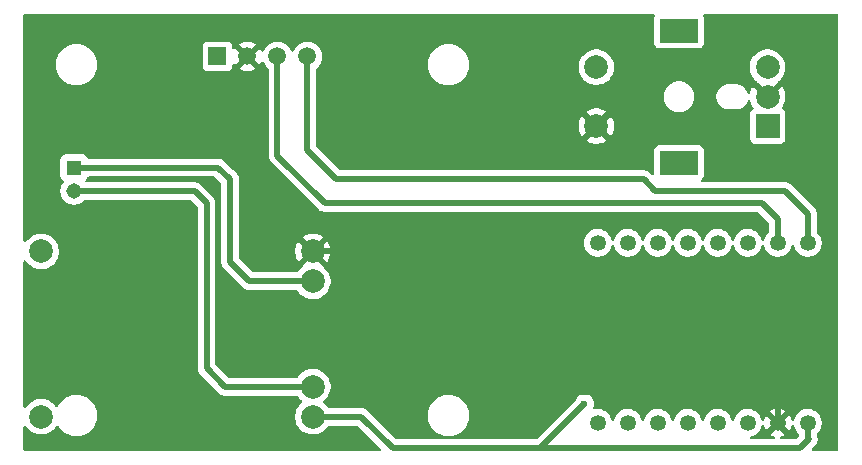
<source format=gbr>
%TF.GenerationSoftware,KiCad,Pcbnew,9.0.7-9.0.7~ubuntu24.04.1*%
%TF.CreationDate,2026-02-02T00:49:15+01:00*%
%TF.ProjectId,HArem,48417265-6d2e-46b6-9963-61645f706362,rev?*%
%TF.SameCoordinates,Original*%
%TF.FileFunction,Copper,L2,Bot*%
%TF.FilePolarity,Positive*%
%FSLAX46Y46*%
G04 Gerber Fmt 4.6, Leading zero omitted, Abs format (unit mm)*
G04 Created by KiCad (PCBNEW 9.0.7-9.0.7~ubuntu24.04.1) date 2026-02-02 00:49:15*
%MOMM*%
%LPD*%
G01*
G04 APERTURE LIST*
%TA.AperFunction,ComponentPad*%
%ADD10C,1.508000*%
%TD*%
%TA.AperFunction,ComponentPad*%
%ADD11R,1.508000X1.508000*%
%TD*%
%TA.AperFunction,ComponentPad*%
%ADD12C,2.000000*%
%TD*%
%TA.AperFunction,ComponentPad*%
%ADD13C,1.348000*%
%TD*%
%TA.AperFunction,ComponentPad*%
%ADD14R,2.000000X2.000000*%
%TD*%
%TA.AperFunction,ComponentPad*%
%ADD15R,3.200000X2.000000*%
%TD*%
%TA.AperFunction,ComponentPad*%
%ADD16R,1.308000X1.308000*%
%TD*%
%TA.AperFunction,ComponentPad*%
%ADD17C,1.308000*%
%TD*%
%TA.AperFunction,ViaPad*%
%ADD18C,0.600000*%
%TD*%
%TA.AperFunction,Conductor*%
%ADD19C,0.500000*%
%TD*%
G04 APERTURE END LIST*
D10*
%TO.P,DS1,4,SDA*%
%TO.N,OLED_SDA*%
X118540000Y-90600000D03*
%TO.P,DS1,3,SCK*%
%TO.N,OLED_SCK*%
X116000000Y-90600000D03*
%TO.P,DS1,2,GND*%
%TO.N,GND*%
X113460000Y-90600000D03*
D11*
%TO.P,DS1,1,VDD*%
%TO.N,Net-(DS1-VDD)*%
X110920000Y-90600000D03*
%TD*%
D12*
%TO.P,U2,6,B-*%
%TO.N,Bat-*%
X118995000Y-109635000D03*
%TO.P,U2,5,B+*%
%TO.N,Bat+*%
X118995000Y-118555000D03*
%TO.P,U2,4,OUT-*%
%TO.N,GND*%
X118995000Y-107095000D03*
%TO.P,U2,3,OUT+*%
%TO.N,+5VD*%
X118995000Y-121095000D03*
%TO.P,U2,2,IN-*%
%TO.N,unconnected-(U2-IN--Pad2)*%
X95995000Y-107095000D03*
%TO.P,U2,1,IN+*%
%TO.N,unconnected-(U2-IN+-Pad1)*%
X95995000Y-121095000D03*
%TD*%
D13*
%TO.P,U1,0,GPIO0*%
%TO.N,ADC0*%
X143120000Y-121620000D03*
%TO.P,U1,1,GPIO1*%
%TO.N,OLED_PWR*%
X145660000Y-121620000D03*
%TO.P,U1,2,GPIO2*%
%TO.N,unconnected-(U1-GPIO2-Pad2)*%
X148200000Y-121620000D03*
%TO.P,U1,3,GPIO3*%
%TO.N,unconnected-(U1-GPIO3-Pad3)*%
X150740000Y-121620000D03*
%TO.P,U1,3.3,3V3*%
%TO.N,+3.3V*%
X155820000Y-121620000D03*
%TO.P,U1,4,GPIO4*%
%TO.N,ENC_PUSH_BUTTON*%
X153280000Y-121620000D03*
%TO.P,U1,5,GPIO5*%
%TO.N,OLED_SDA*%
X160900000Y-106380000D03*
%TO.P,U1,5V,5V*%
%TO.N,+5VD*%
X160900000Y-121620000D03*
%TO.P,U1,6,GPIO6*%
%TO.N,OLED_SCK*%
X158360000Y-106380000D03*
%TO.P,U1,7,GPIO7*%
%TO.N,unconnected-(U1-GPIO7-Pad7)*%
X155820000Y-106380000D03*
%TO.P,U1,8,GPIO8*%
%TO.N,ENC_A*%
X153280000Y-106380000D03*
%TO.P,U1,9,GPIO9*%
%TO.N,ENC_B*%
X150740000Y-106380000D03*
%TO.P,U1,10,GPIO10*%
%TO.N,unconnected-(U1-GPIO10-Pad10)*%
X148200000Y-106380000D03*
%TO.P,U1,20,GPIO20*%
%TO.N,unconnected-(U1-GPIO20-Pad20)*%
X145660000Y-106380000D03*
%TO.P,U1,21,GPIO21*%
%TO.N,unconnected-(U1-GPIO21-Pad21)*%
X143120000Y-106380000D03*
%TO.P,U1,G,GND*%
%TO.N,GND*%
X158360000Y-121620000D03*
%TD*%
D14*
%TO.P,SW1,A,A*%
%TO.N,Net-(R4-Pad2)*%
X157500000Y-96500000D03*
D12*
%TO.P,SW1,B,B*%
%TO.N,Net-(R3-Pad2)*%
X157500000Y-91500000D03*
%TO.P,SW1,C,C*%
%TO.N,GND*%
X157500000Y-94000000D03*
D15*
%TO.P,SW1,MP*%
%TO.N,N/C*%
X150000000Y-99600000D03*
X150000000Y-88400000D03*
D12*
%TO.P,SW1,S1,S1*%
%TO.N,Net-(C1-Pad1)*%
X143000000Y-91500000D03*
%TO.P,SW1,S2,S2*%
%TO.N,GND*%
X143000000Y-96500000D03*
%TD*%
D16*
%TO.P,J1,1,1*%
%TO.N,Bat-*%
X98787500Y-100000000D03*
D17*
%TO.P,J1,2,2*%
%TO.N,Bat+*%
X98787500Y-102000000D03*
%TD*%
D18*
%TO.N,+5VD*%
X142000000Y-120000000D03*
%TO.N,GND*%
X141000000Y-119000000D03*
X140000000Y-106000000D03*
%TD*%
D19*
%TO.N,GND*%
X118995000Y-107095000D02*
X122095000Y-107095000D01*
X122095000Y-107095000D02*
X124000000Y-109000000D01*
%TO.N,Bat-*%
X118995000Y-109635000D02*
X113635000Y-109635000D01*
X113635000Y-109635000D02*
X112000000Y-108000000D01*
X112000000Y-108000000D02*
X112000000Y-101000000D01*
X112000000Y-101000000D02*
X111000000Y-100000000D01*
X111000000Y-100000000D02*
X98787500Y-100000000D01*
%TO.N,+5VD*%
X118995000Y-121095000D02*
X123095000Y-121095000D01*
X123095000Y-121095000D02*
X125749000Y-123749000D01*
X125749000Y-123749000D02*
X137000000Y-123749000D01*
%TO.N,Bat+*%
X98787500Y-102000000D02*
X109000000Y-102000000D01*
X109000000Y-102000000D02*
X110000000Y-103000000D01*
X110000000Y-103000000D02*
X110000000Y-117000000D01*
X110000000Y-117000000D02*
X111555000Y-118555000D01*
X111555000Y-118555000D02*
X118995000Y-118555000D01*
%TO.N,+5VD*%
X138251000Y-123749000D02*
X142000000Y-120000000D01*
X137000000Y-123749000D02*
X138251000Y-123749000D01*
%TO.N,GND*%
X141000000Y-119000000D02*
X157000000Y-119000000D01*
X141000000Y-119000000D02*
X142000000Y-119000000D01*
X140000000Y-108000000D02*
X140000000Y-106000000D01*
X124000000Y-109000000D02*
X134000000Y-119000000D01*
X139000000Y-109000000D02*
X140000000Y-108000000D01*
X124000000Y-109000000D02*
X139000000Y-109000000D01*
X134000000Y-119000000D02*
X141000000Y-119000000D01*
X157000000Y-119000000D02*
X158360000Y-120360000D01*
X158360000Y-120360000D02*
X158360000Y-121620000D01*
%TO.N,OLED_SDA*%
X118540000Y-90600000D02*
X118540000Y-98540000D01*
X159000000Y-102000000D02*
X160900000Y-103900000D01*
X118540000Y-98540000D02*
X121000000Y-101000000D01*
X121000000Y-101000000D02*
X147000000Y-101000000D01*
X147000000Y-101000000D02*
X148000000Y-102000000D01*
X148000000Y-102000000D02*
X159000000Y-102000000D01*
X160900000Y-103900000D02*
X160900000Y-106380000D01*
%TO.N,OLED_SCK*%
X116000000Y-90600000D02*
X116000000Y-99000000D01*
X116000000Y-99000000D02*
X120000000Y-103000000D01*
X120000000Y-103000000D02*
X157000000Y-103000000D01*
X157000000Y-103000000D02*
X158360000Y-104360000D01*
X158360000Y-104360000D02*
X158360000Y-106380000D01*
%TO.N,GND*%
X156500000Y-93000000D02*
X156000000Y-93000000D01*
X147051000Y-92449000D02*
X143000000Y-96500000D01*
X157500000Y-94000000D02*
X156500000Y-93000000D01*
X156000000Y-93000000D02*
X155449000Y-92449000D01*
X155449000Y-92449000D02*
X147051000Y-92449000D01*
%TO.N,+5VD*%
X160900000Y-122900000D02*
X160900000Y-121620000D01*
X137000000Y-123749000D02*
X160251000Y-123749000D01*
X160251000Y-123749000D02*
X161000000Y-123000000D01*
X161000000Y-123000000D02*
X160900000Y-122900000D01*
%TD*%
%TA.AperFunction,Conductor*%
%TO.N,GND*%
G36*
X147865674Y-87009145D02*
G01*
X147895657Y-87015668D01*
X147898887Y-87018898D01*
X147903270Y-87020185D01*
X147923362Y-87043372D01*
X147945063Y-87065073D01*
X147946034Y-87069537D01*
X147949025Y-87072989D01*
X147953392Y-87103360D01*
X147959915Y-87133346D01*
X147958583Y-87139466D01*
X147958969Y-87142147D01*
X147952413Y-87167833D01*
X147905908Y-87292517D01*
X147899501Y-87352116D01*
X147899501Y-87352123D01*
X147899500Y-87352135D01*
X147899500Y-89447870D01*
X147899501Y-89447876D01*
X147905908Y-89507483D01*
X147956202Y-89642328D01*
X147956206Y-89642335D01*
X148042452Y-89757544D01*
X148042455Y-89757547D01*
X148157664Y-89843793D01*
X148157671Y-89843797D01*
X148292517Y-89894091D01*
X148292516Y-89894091D01*
X148299444Y-89894835D01*
X148352127Y-89900500D01*
X151647872Y-89900499D01*
X151707483Y-89894091D01*
X151842331Y-89843796D01*
X151957546Y-89757546D01*
X152043796Y-89642331D01*
X152094091Y-89507483D01*
X152100500Y-89447873D01*
X152100499Y-87352128D01*
X152094091Y-87292517D01*
X152047587Y-87167833D01*
X152042603Y-87098141D01*
X152076088Y-87036818D01*
X152137411Y-87003334D01*
X152163769Y-87000500D01*
X163375500Y-87000500D01*
X163442539Y-87020185D01*
X163488294Y-87072989D01*
X163499500Y-87124500D01*
X163499500Y-123875500D01*
X163479815Y-123942539D01*
X163427011Y-123988294D01*
X163375500Y-123999500D01*
X161361230Y-123999500D01*
X161294191Y-123979815D01*
X161248436Y-123927011D01*
X161238492Y-123857853D01*
X161267517Y-123794297D01*
X161273549Y-123787819D01*
X161582947Y-123478421D01*
X161582952Y-123478416D01*
X161665084Y-123355494D01*
X161721658Y-123218912D01*
X161750500Y-123073917D01*
X161750500Y-122926083D01*
X161750500Y-122926080D01*
X161721659Y-122781092D01*
X161721658Y-122781091D01*
X161721658Y-122781087D01*
X161708988Y-122750500D01*
X161696582Y-122720548D01*
X161662753Y-122638878D01*
X161663614Y-122638520D01*
X161661630Y-122630598D01*
X161655523Y-122621095D01*
X161650500Y-122586160D01*
X161650500Y-122581857D01*
X161670185Y-122514818D01*
X161686819Y-122494176D01*
X161722388Y-122458607D01*
X161795859Y-122385136D01*
X161904523Y-122235572D01*
X161988452Y-122070852D01*
X162007776Y-122011378D01*
X162045580Y-121895030D01*
X162074500Y-121712440D01*
X162074500Y-121527559D01*
X162045580Y-121344969D01*
X161988453Y-121169150D01*
X161988452Y-121169147D01*
X161959388Y-121112106D01*
X161904523Y-121004428D01*
X161817952Y-120885272D01*
X161795864Y-120854870D01*
X161795860Y-120854865D01*
X161665134Y-120724139D01*
X161665129Y-120724135D01*
X161515575Y-120615479D01*
X161515574Y-120615478D01*
X161515572Y-120615477D01*
X161462799Y-120588588D01*
X161350852Y-120531547D01*
X161350849Y-120531546D01*
X161175030Y-120474419D01*
X160992440Y-120445500D01*
X160992435Y-120445500D01*
X160807565Y-120445500D01*
X160807560Y-120445500D01*
X160624969Y-120474419D01*
X160449150Y-120531546D01*
X160449147Y-120531547D01*
X160284424Y-120615479D01*
X160134870Y-120724135D01*
X160134865Y-120724139D01*
X160004139Y-120854865D01*
X160004135Y-120854870D01*
X159895479Y-121004424D01*
X159811547Y-121169147D01*
X159811546Y-121169150D01*
X159754419Y-121344971D01*
X159752218Y-121358867D01*
X159722286Y-121422000D01*
X159662973Y-121458928D01*
X159593110Y-121457927D01*
X159534879Y-121419315D01*
X159507272Y-121358857D01*
X159505091Y-121345087D01*
X159447986Y-121169338D01*
X159364092Y-121004686D01*
X159349269Y-120984283D01*
X159349268Y-120984283D01*
X158777642Y-121555909D01*
X158751378Y-121457886D01*
X158696084Y-121362114D01*
X158617886Y-121283916D01*
X158522114Y-121228622D01*
X158424090Y-121202356D01*
X158995716Y-120630730D01*
X158975307Y-120615903D01*
X158975303Y-120615900D01*
X158810664Y-120532014D01*
X158634908Y-120474907D01*
X158452395Y-120446000D01*
X158267605Y-120446000D01*
X158085091Y-120474907D01*
X157909338Y-120532013D01*
X157744692Y-120615903D01*
X157744688Y-120615906D01*
X157724283Y-120630729D01*
X157724283Y-120630730D01*
X158295910Y-121202356D01*
X158197886Y-121228622D01*
X158102114Y-121283916D01*
X158023916Y-121362114D01*
X157968622Y-121457886D01*
X157942356Y-121555909D01*
X157370730Y-120984283D01*
X157370729Y-120984283D01*
X157355906Y-121004688D01*
X157355903Y-121004692D01*
X157272013Y-121169338D01*
X157214908Y-121345088D01*
X157212726Y-121358864D01*
X157182795Y-121421998D01*
X157123483Y-121458928D01*
X157053620Y-121457928D01*
X156995388Y-121419317D01*
X156967780Y-121358860D01*
X156965580Y-121344970D01*
X156908453Y-121169150D01*
X156908452Y-121169147D01*
X156879388Y-121112106D01*
X156824523Y-121004428D01*
X156737952Y-120885272D01*
X156715864Y-120854870D01*
X156715860Y-120854865D01*
X156585134Y-120724139D01*
X156585129Y-120724135D01*
X156435575Y-120615479D01*
X156435574Y-120615478D01*
X156435572Y-120615477D01*
X156382799Y-120588588D01*
X156270852Y-120531547D01*
X156270849Y-120531546D01*
X156095030Y-120474419D01*
X155912440Y-120445500D01*
X155912435Y-120445500D01*
X155727565Y-120445500D01*
X155727560Y-120445500D01*
X155544969Y-120474419D01*
X155369150Y-120531546D01*
X155369147Y-120531547D01*
X155204424Y-120615479D01*
X155054870Y-120724135D01*
X155054865Y-120724139D01*
X154924139Y-120854865D01*
X154924135Y-120854870D01*
X154815479Y-121004424D01*
X154731547Y-121169147D01*
X154731546Y-121169150D01*
X154674420Y-121344969D01*
X154672473Y-121357263D01*
X154642543Y-121420397D01*
X154583231Y-121457328D01*
X154513369Y-121456330D01*
X154455136Y-121417719D01*
X154427527Y-121357263D01*
X154427192Y-121355150D01*
X154425580Y-121344971D01*
X154382730Y-121213092D01*
X154368453Y-121169150D01*
X154368452Y-121169147D01*
X154339388Y-121112106D01*
X154284523Y-121004428D01*
X154197952Y-120885272D01*
X154175864Y-120854870D01*
X154175860Y-120854865D01*
X154045134Y-120724139D01*
X154045129Y-120724135D01*
X153895575Y-120615479D01*
X153895574Y-120615478D01*
X153895572Y-120615477D01*
X153842799Y-120588588D01*
X153730852Y-120531547D01*
X153730849Y-120531546D01*
X153555030Y-120474419D01*
X153372440Y-120445500D01*
X153372435Y-120445500D01*
X153187565Y-120445500D01*
X153187560Y-120445500D01*
X153004969Y-120474419D01*
X152829150Y-120531546D01*
X152829147Y-120531547D01*
X152664424Y-120615479D01*
X152514870Y-120724135D01*
X152514865Y-120724139D01*
X152384139Y-120854865D01*
X152384135Y-120854870D01*
X152275479Y-121004424D01*
X152191547Y-121169147D01*
X152191546Y-121169150D01*
X152134420Y-121344969D01*
X152132473Y-121357263D01*
X152102543Y-121420397D01*
X152043231Y-121457328D01*
X151973369Y-121456330D01*
X151915136Y-121417719D01*
X151887527Y-121357263D01*
X151887192Y-121355150D01*
X151885580Y-121344971D01*
X151842730Y-121213092D01*
X151828453Y-121169150D01*
X151828452Y-121169147D01*
X151799388Y-121112106D01*
X151744523Y-121004428D01*
X151657952Y-120885272D01*
X151635864Y-120854870D01*
X151635860Y-120854865D01*
X151505134Y-120724139D01*
X151505129Y-120724135D01*
X151355575Y-120615479D01*
X151355574Y-120615478D01*
X151355572Y-120615477D01*
X151302799Y-120588588D01*
X151190852Y-120531547D01*
X151190849Y-120531546D01*
X151015030Y-120474419D01*
X150832440Y-120445500D01*
X150832435Y-120445500D01*
X150647565Y-120445500D01*
X150647560Y-120445500D01*
X150464969Y-120474419D01*
X150289150Y-120531546D01*
X150289147Y-120531547D01*
X150124424Y-120615479D01*
X149974870Y-120724135D01*
X149974865Y-120724139D01*
X149844139Y-120854865D01*
X149844135Y-120854870D01*
X149735479Y-121004424D01*
X149651547Y-121169147D01*
X149651546Y-121169150D01*
X149594420Y-121344969D01*
X149592473Y-121357263D01*
X149562543Y-121420397D01*
X149503231Y-121457328D01*
X149433369Y-121456330D01*
X149375136Y-121417719D01*
X149347527Y-121357263D01*
X149347192Y-121355150D01*
X149345580Y-121344971D01*
X149302730Y-121213092D01*
X149288453Y-121169150D01*
X149288452Y-121169147D01*
X149259388Y-121112106D01*
X149204523Y-121004428D01*
X149117952Y-120885272D01*
X149095864Y-120854870D01*
X149095860Y-120854865D01*
X148965134Y-120724139D01*
X148965129Y-120724135D01*
X148815575Y-120615479D01*
X148815574Y-120615478D01*
X148815572Y-120615477D01*
X148762799Y-120588588D01*
X148650852Y-120531547D01*
X148650849Y-120531546D01*
X148475030Y-120474419D01*
X148292440Y-120445500D01*
X148292435Y-120445500D01*
X148107565Y-120445500D01*
X148107560Y-120445500D01*
X147924969Y-120474419D01*
X147749150Y-120531546D01*
X147749147Y-120531547D01*
X147584424Y-120615479D01*
X147434870Y-120724135D01*
X147434865Y-120724139D01*
X147304139Y-120854865D01*
X147304135Y-120854870D01*
X147195479Y-121004424D01*
X147111547Y-121169147D01*
X147111546Y-121169150D01*
X147054420Y-121344969D01*
X147052473Y-121357263D01*
X147022543Y-121420397D01*
X146963231Y-121457328D01*
X146893369Y-121456330D01*
X146835136Y-121417719D01*
X146807527Y-121357263D01*
X146807192Y-121355150D01*
X146805580Y-121344971D01*
X146762730Y-121213092D01*
X146748453Y-121169150D01*
X146748452Y-121169147D01*
X146719388Y-121112106D01*
X146664523Y-121004428D01*
X146577952Y-120885272D01*
X146555864Y-120854870D01*
X146555860Y-120854865D01*
X146425134Y-120724139D01*
X146425129Y-120724135D01*
X146275575Y-120615479D01*
X146275574Y-120615478D01*
X146275572Y-120615477D01*
X146222799Y-120588588D01*
X146110852Y-120531547D01*
X146110849Y-120531546D01*
X145935030Y-120474419D01*
X145752440Y-120445500D01*
X145752435Y-120445500D01*
X145567565Y-120445500D01*
X145567560Y-120445500D01*
X145384969Y-120474419D01*
X145209150Y-120531546D01*
X145209147Y-120531547D01*
X145044424Y-120615479D01*
X144894870Y-120724135D01*
X144894865Y-120724139D01*
X144764139Y-120854865D01*
X144764135Y-120854870D01*
X144655479Y-121004424D01*
X144571547Y-121169147D01*
X144571546Y-121169150D01*
X144514420Y-121344969D01*
X144512473Y-121357263D01*
X144482543Y-121420397D01*
X144423231Y-121457328D01*
X144353369Y-121456330D01*
X144295136Y-121417719D01*
X144267527Y-121357263D01*
X144267192Y-121355150D01*
X144265580Y-121344971D01*
X144222730Y-121213092D01*
X144208453Y-121169150D01*
X144208452Y-121169147D01*
X144179388Y-121112106D01*
X144124523Y-121004428D01*
X144037952Y-120885272D01*
X144015864Y-120854870D01*
X144015860Y-120854865D01*
X143885134Y-120724139D01*
X143885129Y-120724135D01*
X143735575Y-120615479D01*
X143735574Y-120615478D01*
X143735572Y-120615477D01*
X143682799Y-120588588D01*
X143570852Y-120531547D01*
X143570849Y-120531546D01*
X143395030Y-120474419D01*
X143212440Y-120445500D01*
X143212435Y-120445500D01*
X143027565Y-120445500D01*
X143027560Y-120445500D01*
X142876346Y-120469450D01*
X142807053Y-120460495D01*
X142753601Y-120415499D01*
X142732961Y-120348748D01*
X142742386Y-120299528D01*
X142769737Y-120233497D01*
X142800500Y-120078842D01*
X142800500Y-119921158D01*
X142800500Y-119921155D01*
X142800499Y-119921153D01*
X142785021Y-119843339D01*
X142769737Y-119766503D01*
X142758171Y-119738580D01*
X142709397Y-119620827D01*
X142709390Y-119620814D01*
X142621789Y-119489711D01*
X142621786Y-119489707D01*
X142510292Y-119378213D01*
X142510288Y-119378210D01*
X142379185Y-119290609D01*
X142379172Y-119290602D01*
X142233501Y-119230264D01*
X142233489Y-119230261D01*
X142078845Y-119199500D01*
X142078842Y-119199500D01*
X141921158Y-119199500D01*
X141921155Y-119199500D01*
X141766510Y-119230261D01*
X141766498Y-119230264D01*
X141620827Y-119290602D01*
X141620814Y-119290609D01*
X141489711Y-119378210D01*
X141489707Y-119378213D01*
X141378213Y-119489707D01*
X141378207Y-119489715D01*
X141290607Y-119620818D01*
X141290605Y-119620822D01*
X141280805Y-119644480D01*
X141253927Y-119684704D01*
X137976451Y-122962181D01*
X137915128Y-122995666D01*
X137888770Y-122998500D01*
X126111230Y-122998500D01*
X126044191Y-122978815D01*
X126023549Y-122962181D01*
X123946627Y-120885258D01*
X128729500Y-120885258D01*
X128729500Y-121114741D01*
X128750568Y-121274758D01*
X128759452Y-121342238D01*
X128790451Y-121457928D01*
X128818842Y-121563887D01*
X128906650Y-121775876D01*
X128906657Y-121775890D01*
X129021392Y-121974617D01*
X129161081Y-122156661D01*
X129161089Y-122156670D01*
X129323330Y-122318911D01*
X129323338Y-122318918D01*
X129505382Y-122458607D01*
X129505385Y-122458608D01*
X129505388Y-122458611D01*
X129704112Y-122573344D01*
X129704117Y-122573346D01*
X129704123Y-122573349D01*
X129735052Y-122586160D01*
X129916113Y-122661158D01*
X130137762Y-122720548D01*
X130365266Y-122750500D01*
X130365273Y-122750500D01*
X130594727Y-122750500D01*
X130594734Y-122750500D01*
X130822238Y-122720548D01*
X131043887Y-122661158D01*
X131255888Y-122573344D01*
X131454612Y-122458611D01*
X131636661Y-122318919D01*
X131636665Y-122318914D01*
X131636670Y-122318911D01*
X131798911Y-122156670D01*
X131798914Y-122156665D01*
X131798919Y-122156661D01*
X131938611Y-121974612D01*
X132053344Y-121775888D01*
X132141158Y-121563887D01*
X132200548Y-121342238D01*
X132230500Y-121114734D01*
X132230500Y-120885266D01*
X132200548Y-120657762D01*
X132141158Y-120436113D01*
X132084581Y-120299524D01*
X132053349Y-120224123D01*
X132053346Y-120224117D01*
X132053344Y-120224112D01*
X131938611Y-120025388D01*
X131938608Y-120025385D01*
X131938607Y-120025382D01*
X131798918Y-119843338D01*
X131798911Y-119843330D01*
X131636670Y-119681089D01*
X131636661Y-119681081D01*
X131454617Y-119541392D01*
X131439236Y-119532512D01*
X131255888Y-119426656D01*
X131255876Y-119426650D01*
X131043887Y-119338842D01*
X130822238Y-119279452D01*
X130784215Y-119274446D01*
X130594741Y-119249500D01*
X130594734Y-119249500D01*
X130365266Y-119249500D01*
X130365258Y-119249500D01*
X130148715Y-119278009D01*
X130137762Y-119279452D01*
X130096123Y-119290609D01*
X129916112Y-119338842D01*
X129704123Y-119426650D01*
X129704109Y-119426657D01*
X129505382Y-119541392D01*
X129323338Y-119681081D01*
X129161081Y-119843338D01*
X129021392Y-120025382D01*
X128906657Y-120224109D01*
X128906650Y-120224123D01*
X128844842Y-120373343D01*
X128818842Y-120436113D01*
X128766695Y-120630730D01*
X128759453Y-120657759D01*
X128759451Y-120657770D01*
X128729500Y-120885258D01*
X123946627Y-120885258D01*
X123573421Y-120512052D01*
X123573420Y-120512051D01*
X123517100Y-120474420D01*
X123459769Y-120436113D01*
X123459767Y-120436111D01*
X123450499Y-120429918D01*
X123450490Y-120429913D01*
X123313917Y-120373343D01*
X123313907Y-120373340D01*
X123168920Y-120344500D01*
X123168918Y-120344500D01*
X120367631Y-120344500D01*
X120300592Y-120324815D01*
X120267313Y-120293386D01*
X120139517Y-120117490D01*
X119972510Y-119950483D01*
X119937872Y-119925317D01*
X119895207Y-119869989D01*
X119889228Y-119800375D01*
X119921833Y-119738580D01*
X119937873Y-119724682D01*
X119972510Y-119699517D01*
X120139517Y-119532510D01*
X120278343Y-119341433D01*
X120385568Y-119130992D01*
X120458553Y-118906368D01*
X120495500Y-118673097D01*
X120495500Y-118436902D01*
X120458553Y-118203631D01*
X120385566Y-117979003D01*
X120329002Y-117867991D01*
X120278343Y-117768567D01*
X120139517Y-117577490D01*
X119972510Y-117410483D01*
X119781433Y-117271657D01*
X119570996Y-117164433D01*
X119346368Y-117091446D01*
X119113097Y-117054500D01*
X119113092Y-117054500D01*
X118876908Y-117054500D01*
X118876903Y-117054500D01*
X118643631Y-117091446D01*
X118419003Y-117164433D01*
X118208566Y-117271657D01*
X118099550Y-117350862D01*
X118017490Y-117410483D01*
X118017488Y-117410485D01*
X118017487Y-117410485D01*
X117850485Y-117577487D01*
X117850485Y-117577488D01*
X117850483Y-117577490D01*
X117722687Y-117753386D01*
X117667357Y-117796051D01*
X117622369Y-117804500D01*
X111917229Y-117804500D01*
X111850190Y-117784815D01*
X111829548Y-117768181D01*
X110786819Y-116725451D01*
X110753334Y-116664128D01*
X110750500Y-116637770D01*
X110750500Y-102926081D01*
X110744763Y-102897242D01*
X110744763Y-102897240D01*
X110722799Y-102786819D01*
X110721659Y-102781088D01*
X110667408Y-102650117D01*
X110665764Y-102645522D01*
X110582954Y-102521588D01*
X110582953Y-102521587D01*
X110582951Y-102521584D01*
X110478416Y-102417049D01*
X110478415Y-102417048D01*
X110230200Y-102168833D01*
X109478421Y-101417052D01*
X109478414Y-101417046D01*
X109404729Y-101367812D01*
X109404729Y-101367813D01*
X109355491Y-101334913D01*
X109218917Y-101278343D01*
X109218907Y-101278340D01*
X109073920Y-101249500D01*
X109073918Y-101249500D01*
X99853737Y-101249500D01*
X99786698Y-101229815D01*
X99740943Y-101177011D01*
X99730999Y-101107853D01*
X99760024Y-101044297D01*
X99779426Y-101026234D01*
X99788846Y-101019181D01*
X99799046Y-101011546D01*
X99885296Y-100896331D01*
X99896648Y-100865894D01*
X99909601Y-100831167D01*
X99951472Y-100775233D01*
X100016936Y-100750816D01*
X100025783Y-100750500D01*
X110637770Y-100750500D01*
X110704809Y-100770185D01*
X110725451Y-100786819D01*
X111213181Y-101274548D01*
X111246666Y-101335871D01*
X111249500Y-101362229D01*
X111249500Y-108073918D01*
X111249500Y-108073920D01*
X111249499Y-108073920D01*
X111278340Y-108218907D01*
X111278343Y-108218917D01*
X111334913Y-108355490D01*
X111334916Y-108355495D01*
X111350180Y-108378338D01*
X111350181Y-108378343D01*
X111350183Y-108378343D01*
X111396358Y-108447451D01*
X111417051Y-108478420D01*
X111417052Y-108478421D01*
X113156580Y-110217948D01*
X113156584Y-110217951D01*
X113279498Y-110300080D01*
X113279511Y-110300087D01*
X113416082Y-110356656D01*
X113416087Y-110356658D01*
X113416091Y-110356658D01*
X113416092Y-110356659D01*
X113561079Y-110385500D01*
X113561082Y-110385500D01*
X113708917Y-110385500D01*
X117622369Y-110385500D01*
X117689408Y-110405185D01*
X117722685Y-110436613D01*
X117850483Y-110612510D01*
X118017490Y-110779517D01*
X118208567Y-110918343D01*
X118307991Y-110969002D01*
X118419003Y-111025566D01*
X118419005Y-111025566D01*
X118419008Y-111025568D01*
X118539412Y-111064689D01*
X118643631Y-111098553D01*
X118876903Y-111135500D01*
X118876908Y-111135500D01*
X119113097Y-111135500D01*
X119346368Y-111098553D01*
X119570992Y-111025568D01*
X119781433Y-110918343D01*
X119972510Y-110779517D01*
X120139517Y-110612510D01*
X120278343Y-110421433D01*
X120385568Y-110210992D01*
X120458553Y-109986368D01*
X120495500Y-109753097D01*
X120495500Y-109516902D01*
X120458553Y-109283631D01*
X120385566Y-109059003D01*
X120329002Y-108947991D01*
X120278343Y-108848567D01*
X120139517Y-108657490D01*
X119972510Y-108490483D01*
X119913282Y-108447451D01*
X119870617Y-108392122D01*
X119862550Y-108337404D01*
X119864104Y-108317657D01*
X119124408Y-107577962D01*
X119187993Y-107560925D01*
X119302007Y-107495099D01*
X119395099Y-107402007D01*
X119460925Y-107287993D01*
X119477962Y-107224408D01*
X120217658Y-107964105D01*
X120217658Y-107964104D01*
X120277914Y-107881169D01*
X120277918Y-107881163D01*
X120385102Y-107670802D01*
X120458065Y-107446247D01*
X120495000Y-107213052D01*
X120495000Y-106976947D01*
X120458065Y-106743752D01*
X120385102Y-106519197D01*
X120277914Y-106308828D01*
X120217658Y-106225894D01*
X120217658Y-106225893D01*
X119477962Y-106965590D01*
X119460925Y-106902007D01*
X119395099Y-106787993D01*
X119302007Y-106694901D01*
X119187993Y-106629075D01*
X119124409Y-106612037D01*
X119864105Y-105872340D01*
X119864104Y-105872338D01*
X119781174Y-105812087D01*
X119570802Y-105704897D01*
X119346247Y-105631934D01*
X119346248Y-105631934D01*
X119113052Y-105595000D01*
X118876948Y-105595000D01*
X118643752Y-105631934D01*
X118419197Y-105704897D01*
X118208830Y-105812084D01*
X118125894Y-105872340D01*
X118865591Y-106612037D01*
X118802007Y-106629075D01*
X118687993Y-106694901D01*
X118594901Y-106787993D01*
X118529075Y-106902007D01*
X118512037Y-106965591D01*
X117772340Y-106225894D01*
X117712084Y-106308830D01*
X117604897Y-106519197D01*
X117531934Y-106743752D01*
X117495000Y-106976947D01*
X117495000Y-107213052D01*
X117531934Y-107446247D01*
X117604897Y-107670802D01*
X117712087Y-107881174D01*
X117772338Y-107964104D01*
X117772340Y-107964105D01*
X118512037Y-107224408D01*
X118529075Y-107287993D01*
X118594901Y-107402007D01*
X118687993Y-107495099D01*
X118802007Y-107560925D01*
X118865590Y-107577962D01*
X118125893Y-108317658D01*
X118127448Y-108337405D01*
X118113084Y-108405783D01*
X118076717Y-108447451D01*
X118017490Y-108490482D01*
X117850485Y-108657487D01*
X117850485Y-108657488D01*
X117850483Y-108657490D01*
X117722687Y-108833386D01*
X117667357Y-108876051D01*
X117622369Y-108884500D01*
X113997229Y-108884500D01*
X113930190Y-108864815D01*
X113909548Y-108848181D01*
X112786819Y-107725451D01*
X112753334Y-107664128D01*
X112750500Y-107637770D01*
X112750500Y-100926081D01*
X112750499Y-100926080D01*
X112738528Y-100865894D01*
X112721659Y-100781088D01*
X112666479Y-100647873D01*
X112665084Y-100644505D01*
X112639228Y-100605809D01*
X112582954Y-100521588D01*
X112582953Y-100521587D01*
X112582951Y-100521584D01*
X112478416Y-100417049D01*
X112478415Y-100417048D01*
X112274548Y-100213181D01*
X111478421Y-99417052D01*
X111478414Y-99417046D01*
X111404729Y-99367812D01*
X111404729Y-99367813D01*
X111355491Y-99334913D01*
X111218917Y-99278343D01*
X111218907Y-99278340D01*
X111073920Y-99249500D01*
X111073918Y-99249500D01*
X100025783Y-99249500D01*
X99958744Y-99229815D01*
X99912989Y-99177011D01*
X99909601Y-99168833D01*
X99885297Y-99103671D01*
X99885293Y-99103664D01*
X99799047Y-98988455D01*
X99799044Y-98988452D01*
X99683835Y-98902206D01*
X99683828Y-98902202D01*
X99548982Y-98851908D01*
X99548983Y-98851908D01*
X99489383Y-98845501D01*
X99489381Y-98845500D01*
X99489373Y-98845500D01*
X99489364Y-98845500D01*
X98085629Y-98845500D01*
X98085623Y-98845501D01*
X98026016Y-98851908D01*
X97891171Y-98902202D01*
X97891164Y-98902206D01*
X97775955Y-98988452D01*
X97775952Y-98988455D01*
X97689706Y-99103664D01*
X97689702Y-99103671D01*
X97639408Y-99238517D01*
X97633001Y-99298116D01*
X97633000Y-99298135D01*
X97633000Y-100701870D01*
X97633001Y-100701876D01*
X97639408Y-100761483D01*
X97689702Y-100896328D01*
X97689706Y-100896335D01*
X97775952Y-101011544D01*
X97775955Y-101011547D01*
X97874132Y-101085043D01*
X97916003Y-101140977D01*
X97920987Y-101210668D01*
X97900139Y-101257194D01*
X97800085Y-101394906D01*
X97717583Y-101556825D01*
X97717581Y-101556828D01*
X97661428Y-101729649D01*
X97661428Y-101729652D01*
X97633000Y-101909139D01*
X97633000Y-102090860D01*
X97661428Y-102270347D01*
X97661428Y-102270350D01*
X97717581Y-102443171D01*
X97717583Y-102443174D01*
X97800083Y-102605090D01*
X97906897Y-102752106D01*
X98035394Y-102880603D01*
X98182410Y-102987417D01*
X98344326Y-103069917D01*
X98344328Y-103069918D01*
X98505529Y-103122294D01*
X98517154Y-103126072D01*
X98696639Y-103154500D01*
X98696640Y-103154500D01*
X98878360Y-103154500D01*
X98878361Y-103154500D01*
X99057846Y-103126072D01*
X99057849Y-103126071D01*
X99057850Y-103126071D01*
X99230671Y-103069918D01*
X99230671Y-103069917D01*
X99230674Y-103069917D01*
X99392590Y-102987417D01*
X99539606Y-102880603D01*
X99633391Y-102786818D01*
X99694715Y-102753334D01*
X99721072Y-102750500D01*
X108637770Y-102750500D01*
X108704809Y-102770185D01*
X108725451Y-102786819D01*
X109213181Y-103274548D01*
X109246666Y-103335871D01*
X109249500Y-103362229D01*
X109249500Y-117073918D01*
X109249500Y-117073920D01*
X109249499Y-117073920D01*
X109278340Y-117218907D01*
X109278343Y-117218917D01*
X109334914Y-117355492D01*
X109367812Y-117404727D01*
X109367813Y-117404730D01*
X109417046Y-117478414D01*
X109417052Y-117478421D01*
X110972049Y-119033416D01*
X111069625Y-119130992D01*
X111076585Y-119137952D01*
X111199498Y-119220080D01*
X111199511Y-119220087D01*
X111336082Y-119276656D01*
X111336087Y-119276658D01*
X111336091Y-119276658D01*
X111336092Y-119276659D01*
X111481079Y-119305500D01*
X111481082Y-119305500D01*
X111481083Y-119305500D01*
X111628917Y-119305500D01*
X117622369Y-119305500D01*
X117689408Y-119325185D01*
X117722685Y-119356613D01*
X117850483Y-119532510D01*
X118017490Y-119699517D01*
X118052127Y-119724683D01*
X118094792Y-119780013D01*
X118100771Y-119849626D01*
X118068165Y-119911421D01*
X118052130Y-119925315D01*
X118034365Y-119938222D01*
X118017488Y-119950484D01*
X117850485Y-120117487D01*
X117850485Y-120117488D01*
X117850483Y-120117490D01*
X117790862Y-120199550D01*
X117711657Y-120308566D01*
X117604433Y-120519003D01*
X117531446Y-120743631D01*
X117494500Y-120976902D01*
X117494500Y-121213097D01*
X117531446Y-121446368D01*
X117604433Y-121670996D01*
X117695486Y-121849695D01*
X117711657Y-121881433D01*
X117850483Y-122072510D01*
X118017490Y-122239517D01*
X118208567Y-122378343D01*
X118307991Y-122429002D01*
X118419003Y-122485566D01*
X118419005Y-122485566D01*
X118419008Y-122485568D01*
X118509030Y-122514818D01*
X118643631Y-122558553D01*
X118876903Y-122595500D01*
X118876908Y-122595500D01*
X119113097Y-122595500D01*
X119346368Y-122558553D01*
X119382164Y-122546922D01*
X119570992Y-122485568D01*
X119781433Y-122378343D01*
X119972510Y-122239517D01*
X120139517Y-122072510D01*
X120267313Y-121896613D01*
X120322643Y-121853949D01*
X120367631Y-121845500D01*
X122732770Y-121845500D01*
X122799809Y-121865185D01*
X122820451Y-121881819D01*
X124726451Y-123787819D01*
X124759936Y-123849142D01*
X124754952Y-123918834D01*
X124713080Y-123974767D01*
X124647616Y-123999184D01*
X124638770Y-123999500D01*
X94624500Y-123999500D01*
X94557461Y-123979815D01*
X94511706Y-123927011D01*
X94500500Y-123875500D01*
X94500500Y-121972433D01*
X94520185Y-121905394D01*
X94572989Y-121859639D01*
X94642147Y-121849695D01*
X94705703Y-121878720D01*
X94724816Y-121899545D01*
X94850483Y-122072510D01*
X95017490Y-122239517D01*
X95208567Y-122378343D01*
X95307991Y-122429002D01*
X95419003Y-122485566D01*
X95419005Y-122485566D01*
X95419008Y-122485568D01*
X95509030Y-122514818D01*
X95643631Y-122558553D01*
X95876903Y-122595500D01*
X95876908Y-122595500D01*
X96113097Y-122595500D01*
X96346368Y-122558553D01*
X96382164Y-122546922D01*
X96570992Y-122485568D01*
X96781433Y-122378343D01*
X96972510Y-122239517D01*
X97139517Y-122072510D01*
X97271561Y-121890766D01*
X97326891Y-121848101D01*
X97396504Y-121842122D01*
X97458299Y-121874728D01*
X97479266Y-121901652D01*
X97521392Y-121974617D01*
X97661081Y-122156661D01*
X97661089Y-122156670D01*
X97823330Y-122318911D01*
X97823338Y-122318918D01*
X98005382Y-122458607D01*
X98005385Y-122458608D01*
X98005388Y-122458611D01*
X98204112Y-122573344D01*
X98204117Y-122573346D01*
X98204123Y-122573349D01*
X98235052Y-122586160D01*
X98416113Y-122661158D01*
X98637762Y-122720548D01*
X98865266Y-122750500D01*
X98865273Y-122750500D01*
X99094727Y-122750500D01*
X99094734Y-122750500D01*
X99322238Y-122720548D01*
X99543887Y-122661158D01*
X99755888Y-122573344D01*
X99954612Y-122458611D01*
X100136661Y-122318919D01*
X100136665Y-122318914D01*
X100136670Y-122318911D01*
X100298911Y-122156670D01*
X100298914Y-122156665D01*
X100298919Y-122156661D01*
X100438611Y-121974612D01*
X100553344Y-121775888D01*
X100641158Y-121563887D01*
X100700548Y-121342238D01*
X100730500Y-121114734D01*
X100730500Y-120885266D01*
X100700548Y-120657762D01*
X100641158Y-120436113D01*
X100584581Y-120299524D01*
X100553349Y-120224123D01*
X100553346Y-120224117D01*
X100553344Y-120224112D01*
X100438611Y-120025388D01*
X100438608Y-120025385D01*
X100438607Y-120025382D01*
X100298918Y-119843338D01*
X100298911Y-119843330D01*
X100136670Y-119681089D01*
X100136661Y-119681081D01*
X99954617Y-119541392D01*
X99939236Y-119532512D01*
X99755888Y-119426656D01*
X99755876Y-119426650D01*
X99543887Y-119338842D01*
X99322238Y-119279452D01*
X99284215Y-119274446D01*
X99094741Y-119249500D01*
X99094734Y-119249500D01*
X98865266Y-119249500D01*
X98865258Y-119249500D01*
X98648715Y-119278009D01*
X98637762Y-119279452D01*
X98596123Y-119290609D01*
X98416112Y-119338842D01*
X98204123Y-119426650D01*
X98204109Y-119426657D01*
X98005382Y-119541392D01*
X97823338Y-119681081D01*
X97661081Y-119843338D01*
X97521392Y-120025382D01*
X97418142Y-120204217D01*
X97367575Y-120252433D01*
X97298968Y-120265655D01*
X97234103Y-120239687D01*
X97210437Y-120215103D01*
X97202528Y-120204217D01*
X97139517Y-120117490D01*
X96972510Y-119950483D01*
X96781433Y-119811657D01*
X96759291Y-119800375D01*
X96570996Y-119704433D01*
X96346368Y-119631446D01*
X96113097Y-119594500D01*
X96113092Y-119594500D01*
X95876908Y-119594500D01*
X95876903Y-119594500D01*
X95643631Y-119631446D01*
X95419003Y-119704433D01*
X95208566Y-119811657D01*
X95156307Y-119849626D01*
X95017490Y-119950483D01*
X95017488Y-119950485D01*
X95017487Y-119950485D01*
X94850485Y-120117487D01*
X94850485Y-120117488D01*
X94850483Y-120117490D01*
X94787472Y-120204217D01*
X94724818Y-120290452D01*
X94669488Y-120333117D01*
X94599874Y-120339096D01*
X94538079Y-120306490D01*
X94503722Y-120245651D01*
X94500500Y-120217566D01*
X94500500Y-107972433D01*
X94520185Y-107905394D01*
X94572989Y-107859639D01*
X94642147Y-107849695D01*
X94705703Y-107878720D01*
X94724816Y-107899545D01*
X94850483Y-108072510D01*
X95017490Y-108239517D01*
X95208567Y-108378343D01*
X95262421Y-108405783D01*
X95419003Y-108485566D01*
X95419005Y-108485566D01*
X95419008Y-108485568D01*
X95539412Y-108524689D01*
X95643631Y-108558553D01*
X95876903Y-108595500D01*
X95876908Y-108595500D01*
X96113097Y-108595500D01*
X96346368Y-108558553D01*
X96570992Y-108485568D01*
X96781433Y-108378343D01*
X96972510Y-108239517D01*
X97139517Y-108072510D01*
X97278343Y-107881433D01*
X97385568Y-107670992D01*
X97458553Y-107446368D01*
X97483637Y-107287993D01*
X97495500Y-107213097D01*
X97495500Y-106976902D01*
X97458553Y-106743631D01*
X97393581Y-106543669D01*
X97385568Y-106519008D01*
X97385566Y-106519005D01*
X97385566Y-106519003D01*
X97293898Y-106339096D01*
X97278343Y-106308567D01*
X97139517Y-106117490D01*
X96972510Y-105950483D01*
X96781433Y-105811657D01*
X96570996Y-105704433D01*
X96346368Y-105631446D01*
X96113097Y-105594500D01*
X96113092Y-105594500D01*
X95876908Y-105594500D01*
X95876903Y-105594500D01*
X95643631Y-105631446D01*
X95419003Y-105704433D01*
X95208566Y-105811657D01*
X95125047Y-105872338D01*
X95017490Y-105950483D01*
X95017488Y-105950485D01*
X95017487Y-105950485D01*
X94850485Y-106117487D01*
X94850485Y-106117488D01*
X94850483Y-106117490D01*
X94806724Y-106177719D01*
X94724818Y-106290452D01*
X94669488Y-106333117D01*
X94599874Y-106339096D01*
X94538079Y-106306490D01*
X94503722Y-106245651D01*
X94500500Y-106217566D01*
X94500500Y-91185258D01*
X97229500Y-91185258D01*
X97229500Y-91414741D01*
X97248214Y-91556877D01*
X97259452Y-91642238D01*
X97314610Y-91848091D01*
X97318842Y-91863887D01*
X97406650Y-92075876D01*
X97406657Y-92075890D01*
X97521392Y-92274617D01*
X97661081Y-92456661D01*
X97661089Y-92456670D01*
X97823330Y-92618911D01*
X97823338Y-92618918D01*
X98005382Y-92758607D01*
X98005385Y-92758608D01*
X98005388Y-92758611D01*
X98204112Y-92873344D01*
X98204117Y-92873346D01*
X98204123Y-92873349D01*
X98245689Y-92890566D01*
X98416113Y-92961158D01*
X98637762Y-93020548D01*
X98865266Y-93050500D01*
X98865273Y-93050500D01*
X99094727Y-93050500D01*
X99094734Y-93050500D01*
X99322238Y-93020548D01*
X99543887Y-92961158D01*
X99755888Y-92873344D01*
X99954612Y-92758611D01*
X100136661Y-92618919D01*
X100136665Y-92618914D01*
X100136670Y-92618911D01*
X100298911Y-92456670D01*
X100298914Y-92456665D01*
X100298919Y-92456661D01*
X100438611Y-92274612D01*
X100553344Y-92075888D01*
X100641158Y-91863887D01*
X100700548Y-91642238D01*
X100730500Y-91414734D01*
X100730500Y-91185266D01*
X100700548Y-90957762D01*
X100641158Y-90736113D01*
X100553344Y-90524112D01*
X100438611Y-90325388D01*
X100438608Y-90325385D01*
X100438607Y-90325382D01*
X100327468Y-90180544D01*
X100298919Y-90143339D01*
X100298918Y-90143338D01*
X100298911Y-90143330D01*
X100136670Y-89981089D01*
X100136665Y-89981085D01*
X100136661Y-89981081D01*
X100008009Y-89882362D01*
X99954617Y-89841392D01*
X99879693Y-89798135D01*
X109665500Y-89798135D01*
X109665500Y-91401870D01*
X109665501Y-91401876D01*
X109671908Y-91461483D01*
X109722202Y-91596328D01*
X109722206Y-91596335D01*
X109808452Y-91711544D01*
X109808455Y-91711547D01*
X109923664Y-91797793D01*
X109923671Y-91797797D01*
X110058517Y-91848091D01*
X110058516Y-91848091D01*
X110065444Y-91848835D01*
X110118127Y-91854500D01*
X111721872Y-91854499D01*
X111781483Y-91848091D01*
X111916331Y-91797796D01*
X112031546Y-91711546D01*
X112117796Y-91596331D01*
X112132511Y-91556879D01*
X112132858Y-91555949D01*
X112168091Y-91461482D01*
X112174500Y-91401873D01*
X112174499Y-91345723D01*
X112194182Y-91278687D01*
X112246986Y-91232931D01*
X112316144Y-91222987D01*
X112379700Y-91252011D01*
X112398817Y-91272839D01*
X112413457Y-91292988D01*
X112413457Y-91292989D01*
X112977037Y-90729409D01*
X112994075Y-90792993D01*
X113059901Y-90907007D01*
X113152993Y-91000099D01*
X113267007Y-91065925D01*
X113330590Y-91082962D01*
X112767009Y-91646541D01*
X112767010Y-91646542D01*
X112802755Y-91672512D01*
X112802768Y-91672520D01*
X112978626Y-91762126D01*
X113166353Y-91823123D01*
X113361303Y-91854000D01*
X113558697Y-91854000D01*
X113753646Y-91823123D01*
X113941373Y-91762126D01*
X114117241Y-91672516D01*
X114152988Y-91646543D01*
X114152988Y-91646541D01*
X113589410Y-91082962D01*
X113652993Y-91065925D01*
X113767007Y-91000099D01*
X113860099Y-90907007D01*
X113925925Y-90792993D01*
X113942962Y-90729409D01*
X114506541Y-91292988D01*
X114506543Y-91292988D01*
X114532516Y-91257241D01*
X114619235Y-91087046D01*
X114667210Y-91036250D01*
X114735031Y-91019455D01*
X114801165Y-91041992D01*
X114840202Y-91087042D01*
X114909470Y-91222987D01*
X114927058Y-91257505D01*
X115043115Y-91417246D01*
X115043121Y-91417252D01*
X115182748Y-91556879D01*
X115198382Y-91568237D01*
X115241049Y-91623564D01*
X115249500Y-91668557D01*
X115249500Y-99073918D01*
X115249500Y-99073920D01*
X115249499Y-99073920D01*
X115278340Y-99218907D01*
X115278343Y-99218917D01*
X115334914Y-99355492D01*
X115367812Y-99404727D01*
X115367813Y-99404730D01*
X115417046Y-99478414D01*
X115417052Y-99478421D01*
X119417049Y-103478416D01*
X119483138Y-103544505D01*
X119521585Y-103582952D01*
X119644498Y-103665080D01*
X119644511Y-103665087D01*
X119781082Y-103721656D01*
X119781087Y-103721658D01*
X119781091Y-103721658D01*
X119781092Y-103721659D01*
X119926079Y-103750500D01*
X119926082Y-103750500D01*
X156637770Y-103750500D01*
X156704809Y-103770185D01*
X156725451Y-103786819D01*
X157573181Y-104634548D01*
X157606666Y-104695871D01*
X157609500Y-104722229D01*
X157609500Y-105418142D01*
X157589815Y-105485181D01*
X157573182Y-105505823D01*
X157464134Y-105614871D01*
X157355479Y-105764424D01*
X157271547Y-105929147D01*
X157271546Y-105929150D01*
X157214420Y-106104969D01*
X157212473Y-106117263D01*
X157182543Y-106180397D01*
X157123231Y-106217328D01*
X157053369Y-106216330D01*
X156995136Y-106177719D01*
X156967527Y-106117263D01*
X156967192Y-106115150D01*
X156965580Y-106104971D01*
X156908452Y-105929148D01*
X156908452Y-105929147D01*
X156848806Y-105812087D01*
X156824523Y-105764428D01*
X156810639Y-105745318D01*
X156715864Y-105614870D01*
X156715860Y-105614865D01*
X156585134Y-105484139D01*
X156585129Y-105484135D01*
X156435575Y-105375479D01*
X156435574Y-105375478D01*
X156435572Y-105375477D01*
X156382799Y-105348588D01*
X156270852Y-105291547D01*
X156270849Y-105291546D01*
X156095030Y-105234419D01*
X155912440Y-105205500D01*
X155912435Y-105205500D01*
X155727565Y-105205500D01*
X155727560Y-105205500D01*
X155544969Y-105234419D01*
X155369150Y-105291546D01*
X155369147Y-105291547D01*
X155204424Y-105375479D01*
X155054870Y-105484135D01*
X155054865Y-105484139D01*
X154924139Y-105614865D01*
X154924135Y-105614870D01*
X154815479Y-105764424D01*
X154731547Y-105929147D01*
X154731546Y-105929150D01*
X154674420Y-106104969D01*
X154672473Y-106117263D01*
X154642543Y-106180397D01*
X154583231Y-106217328D01*
X154513369Y-106216330D01*
X154455136Y-106177719D01*
X154427527Y-106117263D01*
X154427192Y-106115150D01*
X154425580Y-106104971D01*
X154368452Y-105929148D01*
X154368452Y-105929147D01*
X154308806Y-105812087D01*
X154284523Y-105764428D01*
X154270639Y-105745318D01*
X154175864Y-105614870D01*
X154175860Y-105614865D01*
X154045134Y-105484139D01*
X154045129Y-105484135D01*
X153895575Y-105375479D01*
X153895574Y-105375478D01*
X153895572Y-105375477D01*
X153842799Y-105348588D01*
X153730852Y-105291547D01*
X153730849Y-105291546D01*
X153555030Y-105234419D01*
X153372440Y-105205500D01*
X153372435Y-105205500D01*
X153187565Y-105205500D01*
X153187560Y-105205500D01*
X153004969Y-105234419D01*
X152829150Y-105291546D01*
X152829147Y-105291547D01*
X152664424Y-105375479D01*
X152514870Y-105484135D01*
X152514865Y-105484139D01*
X152384139Y-105614865D01*
X152384135Y-105614870D01*
X152275479Y-105764424D01*
X152191547Y-105929147D01*
X152191546Y-105929150D01*
X152134420Y-106104969D01*
X152132473Y-106117263D01*
X152102543Y-106180397D01*
X152043231Y-106217328D01*
X151973369Y-106216330D01*
X151915136Y-106177719D01*
X151887527Y-106117263D01*
X151887192Y-106115150D01*
X151885580Y-106104971D01*
X151828452Y-105929148D01*
X151828452Y-105929147D01*
X151768806Y-105812087D01*
X151744523Y-105764428D01*
X151730639Y-105745318D01*
X151635864Y-105614870D01*
X151635860Y-105614865D01*
X151505134Y-105484139D01*
X151505129Y-105484135D01*
X151355575Y-105375479D01*
X151355574Y-105375478D01*
X151355572Y-105375477D01*
X151302799Y-105348588D01*
X151190852Y-105291547D01*
X151190849Y-105291546D01*
X151015030Y-105234419D01*
X150832440Y-105205500D01*
X150832435Y-105205500D01*
X150647565Y-105205500D01*
X150647560Y-105205500D01*
X150464969Y-105234419D01*
X150289150Y-105291546D01*
X150289147Y-105291547D01*
X150124424Y-105375479D01*
X149974870Y-105484135D01*
X149974865Y-105484139D01*
X149844139Y-105614865D01*
X149844135Y-105614870D01*
X149735479Y-105764424D01*
X149651547Y-105929147D01*
X149651546Y-105929150D01*
X149594420Y-106104969D01*
X149592473Y-106117263D01*
X149562543Y-106180397D01*
X149503231Y-106217328D01*
X149433369Y-106216330D01*
X149375136Y-106177719D01*
X149347527Y-106117263D01*
X149347192Y-106115150D01*
X149345580Y-106104971D01*
X149288452Y-105929148D01*
X149288452Y-105929147D01*
X149228806Y-105812087D01*
X149204523Y-105764428D01*
X149190639Y-105745318D01*
X149095864Y-105614870D01*
X149095860Y-105614865D01*
X148965134Y-105484139D01*
X148965129Y-105484135D01*
X148815575Y-105375479D01*
X148815574Y-105375478D01*
X148815572Y-105375477D01*
X148762799Y-105348588D01*
X148650852Y-105291547D01*
X148650849Y-105291546D01*
X148475030Y-105234419D01*
X148292440Y-105205500D01*
X148292435Y-105205500D01*
X148107565Y-105205500D01*
X148107560Y-105205500D01*
X147924969Y-105234419D01*
X147749150Y-105291546D01*
X147749147Y-105291547D01*
X147584424Y-105375479D01*
X147434870Y-105484135D01*
X147434865Y-105484139D01*
X147304139Y-105614865D01*
X147304135Y-105614870D01*
X147195479Y-105764424D01*
X147111547Y-105929147D01*
X147111546Y-105929150D01*
X147054420Y-106104969D01*
X147052473Y-106117263D01*
X147022543Y-106180397D01*
X146963231Y-106217328D01*
X146893369Y-106216330D01*
X146835136Y-106177719D01*
X146807527Y-106117263D01*
X146807192Y-106115150D01*
X146805580Y-106104971D01*
X146748452Y-105929148D01*
X146748452Y-105929147D01*
X146688806Y-105812087D01*
X146664523Y-105764428D01*
X146650639Y-105745318D01*
X146555864Y-105614870D01*
X146555860Y-105614865D01*
X146425134Y-105484139D01*
X146425129Y-105484135D01*
X146275575Y-105375479D01*
X146275574Y-105375478D01*
X146275572Y-105375477D01*
X146222799Y-105348588D01*
X146110852Y-105291547D01*
X146110849Y-105291546D01*
X145935030Y-105234419D01*
X145752440Y-105205500D01*
X145752435Y-105205500D01*
X145567565Y-105205500D01*
X145567560Y-105205500D01*
X145384969Y-105234419D01*
X145209150Y-105291546D01*
X145209147Y-105291547D01*
X145044424Y-105375479D01*
X144894870Y-105484135D01*
X144894865Y-105484139D01*
X144764139Y-105614865D01*
X144764135Y-105614870D01*
X144655479Y-105764424D01*
X144571547Y-105929147D01*
X144571546Y-105929150D01*
X144514420Y-106104969D01*
X144512473Y-106117263D01*
X144482543Y-106180397D01*
X144423231Y-106217328D01*
X144353369Y-106216330D01*
X144295136Y-106177719D01*
X144267527Y-106117263D01*
X144267192Y-106115150D01*
X144265580Y-106104971D01*
X144208452Y-105929148D01*
X144208452Y-105929147D01*
X144148806Y-105812087D01*
X144124523Y-105764428D01*
X144110639Y-105745318D01*
X144015864Y-105614870D01*
X144015860Y-105614865D01*
X143885134Y-105484139D01*
X143885129Y-105484135D01*
X143735575Y-105375479D01*
X143735574Y-105375478D01*
X143735572Y-105375477D01*
X143682799Y-105348588D01*
X143570852Y-105291547D01*
X143570849Y-105291546D01*
X143395030Y-105234419D01*
X143212440Y-105205500D01*
X143212435Y-105205500D01*
X143027565Y-105205500D01*
X143027560Y-105205500D01*
X142844969Y-105234419D01*
X142669150Y-105291546D01*
X142669147Y-105291547D01*
X142504424Y-105375479D01*
X142354870Y-105484135D01*
X142354865Y-105484139D01*
X142224139Y-105614865D01*
X142224135Y-105614870D01*
X142115479Y-105764424D01*
X142031547Y-105929147D01*
X142031546Y-105929150D01*
X141974419Y-106104969D01*
X141945500Y-106287559D01*
X141945500Y-106472440D01*
X141974419Y-106655030D01*
X142031546Y-106830849D01*
X142031547Y-106830852D01*
X142067803Y-106902007D01*
X142105967Y-106976908D01*
X142115479Y-106995575D01*
X142224135Y-107145129D01*
X142224139Y-107145134D01*
X142354865Y-107275860D01*
X142354870Y-107275864D01*
X142485318Y-107370639D01*
X142504428Y-107384523D01*
X142612106Y-107439388D01*
X142669147Y-107468452D01*
X142669150Y-107468453D01*
X142844969Y-107525580D01*
X143027560Y-107554500D01*
X143027565Y-107554500D01*
X143212440Y-107554500D01*
X143395030Y-107525580D01*
X143570849Y-107468453D01*
X143570852Y-107468452D01*
X143735572Y-107384523D01*
X143885136Y-107275859D01*
X144015859Y-107145136D01*
X144124523Y-106995572D01*
X144208452Y-106830852D01*
X144265580Y-106655029D01*
X144267527Y-106642737D01*
X144297456Y-106579602D01*
X144356768Y-106542671D01*
X144426630Y-106543669D01*
X144484863Y-106582279D01*
X144512473Y-106642737D01*
X144514420Y-106655030D01*
X144571546Y-106830849D01*
X144571547Y-106830852D01*
X144607803Y-106902007D01*
X144645967Y-106976908D01*
X144655479Y-106995575D01*
X144764135Y-107145129D01*
X144764139Y-107145134D01*
X144894865Y-107275860D01*
X144894870Y-107275864D01*
X145025318Y-107370639D01*
X145044428Y-107384523D01*
X145152106Y-107439388D01*
X145209147Y-107468452D01*
X145209150Y-107468453D01*
X145384969Y-107525580D01*
X145567560Y-107554500D01*
X145567565Y-107554500D01*
X145752440Y-107554500D01*
X145935030Y-107525580D01*
X146110849Y-107468453D01*
X146110852Y-107468452D01*
X146275572Y-107384523D01*
X146425136Y-107275859D01*
X146555859Y-107145136D01*
X146664523Y-106995572D01*
X146748452Y-106830852D01*
X146805580Y-106655029D01*
X146807527Y-106642737D01*
X146837456Y-106579602D01*
X146896768Y-106542671D01*
X146966630Y-106543669D01*
X147024863Y-106582279D01*
X147052473Y-106642737D01*
X147054420Y-106655030D01*
X147111546Y-106830849D01*
X147111547Y-106830852D01*
X147147803Y-106902007D01*
X147185967Y-106976908D01*
X147195479Y-106995575D01*
X147304135Y-107145129D01*
X147304139Y-107145134D01*
X147434865Y-107275860D01*
X147434870Y-107275864D01*
X147565318Y-107370639D01*
X147584428Y-107384523D01*
X147692106Y-107439388D01*
X147749147Y-107468452D01*
X147749150Y-107468453D01*
X147924969Y-107525580D01*
X148107560Y-107554500D01*
X148107565Y-107554500D01*
X148292440Y-107554500D01*
X148475030Y-107525580D01*
X148650849Y-107468453D01*
X148650852Y-107468452D01*
X148815572Y-107384523D01*
X148965136Y-107275859D01*
X149095859Y-107145136D01*
X149204523Y-106995572D01*
X149288452Y-106830852D01*
X149345580Y-106655029D01*
X149347527Y-106642737D01*
X149377456Y-106579602D01*
X149436768Y-106542671D01*
X149506630Y-106543669D01*
X149564863Y-106582279D01*
X149592473Y-106642737D01*
X149594420Y-106655030D01*
X149651546Y-106830849D01*
X149651547Y-106830852D01*
X149687803Y-106902007D01*
X149725967Y-106976908D01*
X149735479Y-106995575D01*
X149844135Y-107145129D01*
X149844139Y-107145134D01*
X149974865Y-107275860D01*
X149974870Y-107275864D01*
X150105318Y-107370639D01*
X150124428Y-107384523D01*
X150232106Y-107439388D01*
X150289147Y-107468452D01*
X150289150Y-107468453D01*
X150464969Y-107525580D01*
X150647560Y-107554500D01*
X150647565Y-107554500D01*
X150832440Y-107554500D01*
X151015030Y-107525580D01*
X151190849Y-107468453D01*
X151190852Y-107468452D01*
X151355572Y-107384523D01*
X151505136Y-107275859D01*
X151635859Y-107145136D01*
X151744523Y-106995572D01*
X151828452Y-106830852D01*
X151885580Y-106655029D01*
X151887527Y-106642737D01*
X151917456Y-106579602D01*
X151976768Y-106542671D01*
X152046630Y-106543669D01*
X152104863Y-106582279D01*
X152132473Y-106642737D01*
X152134420Y-106655030D01*
X152191546Y-106830849D01*
X152191547Y-106830852D01*
X152227803Y-106902007D01*
X152265967Y-106976908D01*
X152275479Y-106995575D01*
X152384135Y-107145129D01*
X152384139Y-107145134D01*
X152514865Y-107275860D01*
X152514870Y-107275864D01*
X152645318Y-107370639D01*
X152664428Y-107384523D01*
X152772106Y-107439388D01*
X152829147Y-107468452D01*
X152829150Y-107468453D01*
X153004969Y-107525580D01*
X153187560Y-107554500D01*
X153187565Y-107554500D01*
X153372440Y-107554500D01*
X153555030Y-107525580D01*
X153730849Y-107468453D01*
X153730852Y-107468452D01*
X153895572Y-107384523D01*
X154045136Y-107275859D01*
X154175859Y-107145136D01*
X154284523Y-106995572D01*
X154368452Y-106830852D01*
X154425580Y-106655029D01*
X154427527Y-106642737D01*
X154457456Y-106579602D01*
X154516768Y-106542671D01*
X154586630Y-106543669D01*
X154644863Y-106582279D01*
X154672473Y-106642737D01*
X154674420Y-106655030D01*
X154731546Y-106830849D01*
X154731547Y-106830852D01*
X154767803Y-106902007D01*
X154805967Y-106976908D01*
X154815479Y-106995575D01*
X154924135Y-107145129D01*
X154924139Y-107145134D01*
X155054865Y-107275860D01*
X155054870Y-107275864D01*
X155185318Y-107370639D01*
X155204428Y-107384523D01*
X155312106Y-107439388D01*
X155369147Y-107468452D01*
X155369150Y-107468453D01*
X155544969Y-107525580D01*
X155727560Y-107554500D01*
X155727565Y-107554500D01*
X155912440Y-107554500D01*
X156095030Y-107525580D01*
X156270849Y-107468453D01*
X156270852Y-107468452D01*
X156435572Y-107384523D01*
X156585136Y-107275859D01*
X156715859Y-107145136D01*
X156824523Y-106995572D01*
X156908452Y-106830852D01*
X156965580Y-106655029D01*
X156967527Y-106642737D01*
X156997456Y-106579602D01*
X157056768Y-106542671D01*
X157126630Y-106543669D01*
X157184863Y-106582279D01*
X157212473Y-106642737D01*
X157214420Y-106655030D01*
X157271546Y-106830849D01*
X157271547Y-106830852D01*
X157307803Y-106902007D01*
X157345967Y-106976908D01*
X157355479Y-106995575D01*
X157464135Y-107145129D01*
X157464139Y-107145134D01*
X157594865Y-107275860D01*
X157594870Y-107275864D01*
X157725318Y-107370639D01*
X157744428Y-107384523D01*
X157852106Y-107439388D01*
X157909147Y-107468452D01*
X157909150Y-107468453D01*
X158084969Y-107525580D01*
X158267560Y-107554500D01*
X158267565Y-107554500D01*
X158452440Y-107554500D01*
X158635030Y-107525580D01*
X158810849Y-107468453D01*
X158810852Y-107468452D01*
X158975572Y-107384523D01*
X159125136Y-107275859D01*
X159255859Y-107145136D01*
X159364523Y-106995572D01*
X159448452Y-106830852D01*
X159505580Y-106655029D01*
X159507527Y-106642737D01*
X159537456Y-106579602D01*
X159596768Y-106542671D01*
X159666630Y-106543669D01*
X159724863Y-106582279D01*
X159752473Y-106642737D01*
X159754420Y-106655030D01*
X159811546Y-106830849D01*
X159811547Y-106830852D01*
X159847803Y-106902007D01*
X159885967Y-106976908D01*
X159895479Y-106995575D01*
X160004135Y-107145129D01*
X160004139Y-107145134D01*
X160134865Y-107275860D01*
X160134870Y-107275864D01*
X160265318Y-107370639D01*
X160284428Y-107384523D01*
X160392106Y-107439388D01*
X160449147Y-107468452D01*
X160449150Y-107468453D01*
X160624969Y-107525580D01*
X160807560Y-107554500D01*
X160807565Y-107554500D01*
X160992440Y-107554500D01*
X161175030Y-107525580D01*
X161350849Y-107468453D01*
X161350852Y-107468452D01*
X161515572Y-107384523D01*
X161665136Y-107275859D01*
X161795859Y-107145136D01*
X161904523Y-106995572D01*
X161988452Y-106830852D01*
X162002378Y-106787993D01*
X162045580Y-106655030D01*
X162074500Y-106472440D01*
X162074500Y-106287559D01*
X162045580Y-106104969D01*
X161988453Y-105929150D01*
X161988452Y-105929147D01*
X161928806Y-105812087D01*
X161904523Y-105764428D01*
X161894404Y-105750501D01*
X161795865Y-105614871D01*
X161795861Y-105614867D01*
X161795859Y-105614864D01*
X161686818Y-105505823D01*
X161653334Y-105444500D01*
X161650500Y-105418142D01*
X161650500Y-103826079D01*
X161621659Y-103681092D01*
X161621658Y-103681091D01*
X161621658Y-103681087D01*
X161565084Y-103544505D01*
X161520925Y-103478416D01*
X161520924Y-103478414D01*
X161520923Y-103478412D01*
X161482955Y-103421589D01*
X161482952Y-103421584D01*
X160504539Y-102443171D01*
X159478421Y-101417052D01*
X159478414Y-101417046D01*
X159404729Y-101367812D01*
X159404729Y-101367813D01*
X159355491Y-101334913D01*
X159218917Y-101278343D01*
X159218907Y-101278340D01*
X159073920Y-101249500D01*
X159073918Y-101249500D01*
X151940103Y-101249500D01*
X151873064Y-101229815D01*
X151827309Y-101177011D01*
X151817365Y-101107853D01*
X151846390Y-101044297D01*
X151865792Y-101026234D01*
X151925240Y-100981730D01*
X151957546Y-100957546D01*
X152043796Y-100842331D01*
X152094091Y-100707483D01*
X152100500Y-100647873D01*
X152100499Y-98552128D01*
X152094091Y-98492517D01*
X152043796Y-98357669D01*
X152043795Y-98357668D01*
X152043793Y-98357664D01*
X151957547Y-98242455D01*
X151957544Y-98242452D01*
X151842335Y-98156206D01*
X151842328Y-98156202D01*
X151707482Y-98105908D01*
X151707483Y-98105908D01*
X151647883Y-98099501D01*
X151647881Y-98099500D01*
X151647873Y-98099500D01*
X151647864Y-98099500D01*
X148352129Y-98099500D01*
X148352123Y-98099501D01*
X148292516Y-98105908D01*
X148157671Y-98156202D01*
X148157664Y-98156206D01*
X148042455Y-98242452D01*
X148042452Y-98242455D01*
X147956206Y-98357664D01*
X147956202Y-98357671D01*
X147905908Y-98492517D01*
X147899501Y-98552116D01*
X147899501Y-98552123D01*
X147899500Y-98552135D01*
X147899500Y-100538770D01*
X147879815Y-100605809D01*
X147827011Y-100651564D01*
X147757853Y-100661508D01*
X147694297Y-100632483D01*
X147687819Y-100626451D01*
X147478421Y-100417052D01*
X147478414Y-100417046D01*
X147404729Y-100367812D01*
X147404729Y-100367813D01*
X147355491Y-100334913D01*
X147218917Y-100278343D01*
X147218907Y-100278340D01*
X147073920Y-100249500D01*
X147073918Y-100249500D01*
X121362229Y-100249500D01*
X121295190Y-100229815D01*
X121274548Y-100213181D01*
X119326819Y-98265451D01*
X119293334Y-98204128D01*
X119290500Y-98177770D01*
X119290500Y-96381947D01*
X141500000Y-96381947D01*
X141500000Y-96618052D01*
X141536934Y-96851247D01*
X141609897Y-97075802D01*
X141717087Y-97286174D01*
X141777338Y-97369104D01*
X141777340Y-97369105D01*
X142517037Y-96629408D01*
X142534075Y-96692993D01*
X142599901Y-96807007D01*
X142692993Y-96900099D01*
X142807007Y-96965925D01*
X142870590Y-96982962D01*
X142130893Y-97722658D01*
X142213828Y-97782914D01*
X142424197Y-97890102D01*
X142648752Y-97963065D01*
X142648751Y-97963065D01*
X142881948Y-98000000D01*
X143118052Y-98000000D01*
X143351247Y-97963065D01*
X143575802Y-97890102D01*
X143786163Y-97782918D01*
X143786169Y-97782914D01*
X143869104Y-97722658D01*
X143869105Y-97722658D01*
X143129408Y-96982962D01*
X143192993Y-96965925D01*
X143307007Y-96900099D01*
X143400099Y-96807007D01*
X143465925Y-96692993D01*
X143482962Y-96629409D01*
X144222658Y-97369105D01*
X144222658Y-97369104D01*
X144282914Y-97286169D01*
X144282918Y-97286163D01*
X144390102Y-97075802D01*
X144463065Y-96851247D01*
X144500000Y-96618052D01*
X144500000Y-96381947D01*
X144463065Y-96148752D01*
X144390102Y-95924197D01*
X144282914Y-95713828D01*
X144222658Y-95630894D01*
X144222658Y-95630893D01*
X143482962Y-96370590D01*
X143465925Y-96307007D01*
X143400099Y-96192993D01*
X143307007Y-96099901D01*
X143192993Y-96034075D01*
X143129409Y-96017037D01*
X143869105Y-95277340D01*
X143869104Y-95277338D01*
X143786174Y-95217087D01*
X143575802Y-95109897D01*
X143351247Y-95036934D01*
X143351248Y-95036934D01*
X143118052Y-95000000D01*
X142881948Y-95000000D01*
X142648752Y-95036934D01*
X142424197Y-95109897D01*
X142213830Y-95217084D01*
X142130894Y-95277340D01*
X142870591Y-96017037D01*
X142807007Y-96034075D01*
X142692993Y-96099901D01*
X142599901Y-96192993D01*
X142534075Y-96307007D01*
X142517037Y-96370591D01*
X141777340Y-95630894D01*
X141717084Y-95713830D01*
X141609897Y-95924197D01*
X141536934Y-96148752D01*
X141500000Y-96381947D01*
X119290500Y-96381947D01*
X119290500Y-93897648D01*
X148699500Y-93897648D01*
X148699500Y-94102352D01*
X148701915Y-94117597D01*
X148731522Y-94304534D01*
X148794781Y-94499223D01*
X148887715Y-94681613D01*
X149008028Y-94847213D01*
X149152786Y-94991971D01*
X149307749Y-95104556D01*
X149318390Y-95112287D01*
X149434607Y-95171503D01*
X149500776Y-95205218D01*
X149500778Y-95205218D01*
X149500781Y-95205220D01*
X149605137Y-95239127D01*
X149695465Y-95268477D01*
X149796557Y-95284488D01*
X149897648Y-95300500D01*
X149897649Y-95300500D01*
X150102351Y-95300500D01*
X150102352Y-95300500D01*
X150304534Y-95268477D01*
X150499219Y-95205220D01*
X150681610Y-95112287D01*
X150822217Y-95010131D01*
X150847213Y-94991971D01*
X150847215Y-94991968D01*
X150847219Y-94991966D01*
X150991966Y-94847219D01*
X150991968Y-94847215D01*
X150991971Y-94847213D01*
X151044732Y-94774590D01*
X151112287Y-94681610D01*
X151205220Y-94499219D01*
X151268477Y-94304534D01*
X151300500Y-94102352D01*
X151300500Y-93897648D01*
X151300323Y-93896530D01*
X153149500Y-93896530D01*
X153149500Y-94103469D01*
X153189868Y-94306412D01*
X153189870Y-94306420D01*
X153269058Y-94497596D01*
X153384024Y-94669657D01*
X153530342Y-94815975D01*
X153530345Y-94815977D01*
X153702402Y-94930941D01*
X153893580Y-95010130D01*
X154028334Y-95036934D01*
X154096530Y-95050499D01*
X154096534Y-95050500D01*
X154096535Y-95050500D01*
X154903466Y-95050500D01*
X154903467Y-95050499D01*
X155106420Y-95010130D01*
X155297598Y-94930941D01*
X155469655Y-94815977D01*
X155615977Y-94669655D01*
X155730941Y-94497598D01*
X155744061Y-94465925D01*
X155753892Y-94442188D01*
X155800856Y-94328808D01*
X155844696Y-94274406D01*
X155910990Y-94252341D01*
X155978689Y-94269620D01*
X156026300Y-94320757D01*
X156035988Y-94347307D01*
X156036934Y-94351248D01*
X156109897Y-94575802D01*
X156217087Y-94786174D01*
X156286605Y-94881858D01*
X156310085Y-94947664D01*
X156294260Y-95015718D01*
X156260599Y-95054009D01*
X156142452Y-95142455D01*
X156056206Y-95257664D01*
X156056202Y-95257671D01*
X156005908Y-95392517D01*
X155999501Y-95452116D01*
X155999501Y-95452123D01*
X155999500Y-95452135D01*
X155999500Y-97547870D01*
X155999501Y-97547876D01*
X156005908Y-97607483D01*
X156056202Y-97742328D01*
X156056206Y-97742335D01*
X156142452Y-97857544D01*
X156142455Y-97857547D01*
X156257664Y-97943793D01*
X156257671Y-97943797D01*
X156392517Y-97994091D01*
X156392516Y-97994091D01*
X156399444Y-97994835D01*
X156452127Y-98000500D01*
X158547872Y-98000499D01*
X158607483Y-97994091D01*
X158742331Y-97943796D01*
X158857546Y-97857546D01*
X158943796Y-97742331D01*
X158994091Y-97607483D01*
X159000500Y-97547873D01*
X159000499Y-95452128D01*
X158994091Y-95392517D01*
X158943796Y-95257669D01*
X158943795Y-95257668D01*
X158943793Y-95257664D01*
X158857547Y-95142455D01*
X158739400Y-95054009D01*
X158697530Y-94998075D01*
X158692546Y-94928383D01*
X158713394Y-94881857D01*
X158782914Y-94786171D01*
X158890102Y-94575802D01*
X158963065Y-94351247D01*
X159000000Y-94118052D01*
X159000000Y-93881947D01*
X158963065Y-93648752D01*
X158890102Y-93424197D01*
X158782914Y-93213828D01*
X158722658Y-93130894D01*
X158722658Y-93130893D01*
X157982962Y-93870589D01*
X157965925Y-93807007D01*
X157900099Y-93692993D01*
X157807007Y-93599901D01*
X157692993Y-93534075D01*
X157629409Y-93517037D01*
X158375716Y-92770729D01*
X158384891Y-92727054D01*
X158421257Y-92685386D01*
X158477510Y-92644517D01*
X158644517Y-92477510D01*
X158783343Y-92286433D01*
X158890568Y-92075992D01*
X158963553Y-91851368D01*
X158972038Y-91797796D01*
X159000500Y-91618097D01*
X159000500Y-91381902D01*
X158963553Y-91148631D01*
X158921581Y-91019455D01*
X158890568Y-90924008D01*
X158890566Y-90924005D01*
X158890566Y-90924003D01*
X158834002Y-90812991D01*
X158783343Y-90713567D01*
X158644517Y-90522490D01*
X158477510Y-90355483D01*
X158286433Y-90216657D01*
X158075996Y-90109433D01*
X157851368Y-90036446D01*
X157618097Y-89999500D01*
X157618092Y-89999500D01*
X157381908Y-89999500D01*
X157381903Y-89999500D01*
X157148631Y-90036446D01*
X156924003Y-90109433D01*
X156713566Y-90216657D01*
X156608500Y-90292993D01*
X156522490Y-90355483D01*
X156522488Y-90355485D01*
X156522487Y-90355485D01*
X156355485Y-90522487D01*
X156355485Y-90522488D01*
X156355483Y-90522490D01*
X156299169Y-90599999D01*
X156216657Y-90713566D01*
X156109433Y-90924003D01*
X156036446Y-91148631D01*
X155999500Y-91381902D01*
X155999500Y-91618097D01*
X156036446Y-91851368D01*
X156109433Y-92075996D01*
X156210634Y-92274612D01*
X156216657Y-92286433D01*
X156355483Y-92477510D01*
X156522490Y-92644517D01*
X156578739Y-92685384D01*
X156621403Y-92740713D01*
X156626095Y-92772542D01*
X157370591Y-93517037D01*
X157307007Y-93534075D01*
X157192993Y-93599901D01*
X157099901Y-93692993D01*
X157034075Y-93807007D01*
X157017037Y-93870591D01*
X156277340Y-93130894D01*
X156217084Y-93213830D01*
X156109897Y-93424197D01*
X156036932Y-93648756D01*
X156035987Y-93652695D01*
X156001191Y-93713284D01*
X155939162Y-93745442D01*
X155869594Y-93738960D01*
X155814574Y-93695895D01*
X155800855Y-93671189D01*
X155791561Y-93648752D01*
X155771327Y-93599901D01*
X155730943Y-93502405D01*
X155615975Y-93330342D01*
X155469657Y-93184024D01*
X155383626Y-93126541D01*
X155297598Y-93069059D01*
X155252790Y-93050499D01*
X155106420Y-92989870D01*
X155106412Y-92989868D01*
X154903469Y-92949500D01*
X154903465Y-92949500D01*
X154096535Y-92949500D01*
X154096530Y-92949500D01*
X153893587Y-92989868D01*
X153893579Y-92989870D01*
X153702403Y-93069058D01*
X153530342Y-93184024D01*
X153384024Y-93330342D01*
X153269058Y-93502403D01*
X153189870Y-93693579D01*
X153189868Y-93693587D01*
X153149500Y-93896530D01*
X151300323Y-93896530D01*
X151268477Y-93695466D01*
X151267866Y-93693587D01*
X151216038Y-93534075D01*
X151205220Y-93500781D01*
X151205218Y-93500778D01*
X151205218Y-93500776D01*
X151118378Y-93330345D01*
X151112287Y-93318390D01*
X151104556Y-93307749D01*
X150991971Y-93152786D01*
X150847213Y-93008028D01*
X150681613Y-92887715D01*
X150681612Y-92887714D01*
X150681610Y-92887713D01*
X150624653Y-92858691D01*
X150499223Y-92794781D01*
X150304534Y-92731522D01*
X150129995Y-92703878D01*
X150102352Y-92699500D01*
X149897648Y-92699500D01*
X149873329Y-92703351D01*
X149695465Y-92731522D01*
X149500776Y-92794781D01*
X149318386Y-92887715D01*
X149152786Y-93008028D01*
X149008028Y-93152786D01*
X148887715Y-93318386D01*
X148794781Y-93500776D01*
X148731522Y-93695465D01*
X148723607Y-93745442D01*
X148699500Y-93897648D01*
X119290500Y-93897648D01*
X119290500Y-91668557D01*
X119310185Y-91601518D01*
X119341616Y-91568238D01*
X119357252Y-91556879D01*
X119496879Y-91417252D01*
X119496881Y-91417248D01*
X119496884Y-91417246D01*
X119548845Y-91345727D01*
X119612944Y-91257501D01*
X119649754Y-91185258D01*
X128729500Y-91185258D01*
X128729500Y-91414741D01*
X128748214Y-91556877D01*
X128759452Y-91642238D01*
X128814610Y-91848091D01*
X128818842Y-91863887D01*
X128906650Y-92075876D01*
X128906657Y-92075890D01*
X129021392Y-92274617D01*
X129161081Y-92456661D01*
X129161089Y-92456670D01*
X129323330Y-92618911D01*
X129323338Y-92618918D01*
X129505382Y-92758607D01*
X129505385Y-92758608D01*
X129505388Y-92758611D01*
X129704112Y-92873344D01*
X129704117Y-92873346D01*
X129704123Y-92873349D01*
X129745689Y-92890566D01*
X129916113Y-92961158D01*
X130137762Y-93020548D01*
X130365266Y-93050500D01*
X130365273Y-93050500D01*
X130594727Y-93050500D01*
X130594734Y-93050500D01*
X130822238Y-93020548D01*
X131043887Y-92961158D01*
X131255888Y-92873344D01*
X131454612Y-92758611D01*
X131636661Y-92618919D01*
X131636665Y-92618914D01*
X131636670Y-92618911D01*
X131798911Y-92456670D01*
X131798914Y-92456665D01*
X131798919Y-92456661D01*
X131938611Y-92274612D01*
X132053344Y-92075888D01*
X132141158Y-91863887D01*
X132200548Y-91642238D01*
X132230500Y-91414734D01*
X132230500Y-91381902D01*
X141499500Y-91381902D01*
X141499500Y-91618097D01*
X141536446Y-91851368D01*
X141609433Y-92075996D01*
X141710634Y-92274612D01*
X141716657Y-92286433D01*
X141855483Y-92477510D01*
X142022490Y-92644517D01*
X142213567Y-92783343D01*
X142312991Y-92834002D01*
X142424003Y-92890566D01*
X142424005Y-92890566D01*
X142424008Y-92890568D01*
X142544412Y-92929689D01*
X142648631Y-92963553D01*
X142881903Y-93000500D01*
X142881908Y-93000500D01*
X143118097Y-93000500D01*
X143351368Y-92963553D01*
X143358742Y-92961157D01*
X143575992Y-92890568D01*
X143786433Y-92783343D01*
X143977510Y-92644517D01*
X144144517Y-92477510D01*
X144283343Y-92286433D01*
X144390568Y-92075992D01*
X144463553Y-91851368D01*
X144472038Y-91797796D01*
X144500500Y-91618097D01*
X144500500Y-91381902D01*
X144463553Y-91148631D01*
X144421581Y-91019455D01*
X144390568Y-90924008D01*
X144390566Y-90924005D01*
X144390566Y-90924003D01*
X144334002Y-90812991D01*
X144283343Y-90713567D01*
X144144517Y-90522490D01*
X143977510Y-90355483D01*
X143786433Y-90216657D01*
X143575996Y-90109433D01*
X143351368Y-90036446D01*
X143118097Y-89999500D01*
X143118092Y-89999500D01*
X142881908Y-89999500D01*
X142881903Y-89999500D01*
X142648631Y-90036446D01*
X142424003Y-90109433D01*
X142213566Y-90216657D01*
X142108500Y-90292993D01*
X142022490Y-90355483D01*
X142022488Y-90355485D01*
X142022487Y-90355485D01*
X141855485Y-90522487D01*
X141855485Y-90522488D01*
X141855483Y-90522490D01*
X141799169Y-90599999D01*
X141716657Y-90713566D01*
X141609433Y-90924003D01*
X141536446Y-91148631D01*
X141499500Y-91381902D01*
X132230500Y-91381902D01*
X132230500Y-91185266D01*
X132200548Y-90957762D01*
X132141158Y-90736113D01*
X132053344Y-90524112D01*
X131938611Y-90325388D01*
X131938608Y-90325385D01*
X131938607Y-90325382D01*
X131827468Y-90180544D01*
X131798919Y-90143339D01*
X131798918Y-90143338D01*
X131798911Y-90143330D01*
X131636670Y-89981089D01*
X131636661Y-89981081D01*
X131454617Y-89841392D01*
X131379681Y-89798128D01*
X131353051Y-89782753D01*
X131255890Y-89726657D01*
X131255876Y-89726650D01*
X131043887Y-89638842D01*
X130822238Y-89579452D01*
X130784215Y-89574446D01*
X130594741Y-89549500D01*
X130594734Y-89549500D01*
X130365266Y-89549500D01*
X130365258Y-89549500D01*
X130148715Y-89578009D01*
X130137762Y-89579452D01*
X130047401Y-89603664D01*
X129916112Y-89638842D01*
X129704123Y-89726650D01*
X129704109Y-89726657D01*
X129505382Y-89841392D01*
X129323338Y-89981081D01*
X129161081Y-90143338D01*
X129021392Y-90325382D01*
X128906657Y-90524109D01*
X128906650Y-90524123D01*
X128818842Y-90736112D01*
X128759453Y-90957759D01*
X128759451Y-90957770D01*
X128729500Y-91185258D01*
X119649754Y-91185258D01*
X119702591Y-91081561D01*
X119763610Y-90893763D01*
X119794500Y-90698736D01*
X119794500Y-90501263D01*
X119763610Y-90306236D01*
X119710681Y-90143338D01*
X119702591Y-90118439D01*
X119612944Y-89942499D01*
X119582430Y-89900500D01*
X119496884Y-89782753D01*
X119357246Y-89643115D01*
X119197504Y-89527058D01*
X119197503Y-89527057D01*
X119197501Y-89527056D01*
X119021561Y-89437409D01*
X119021558Y-89437408D01*
X118833763Y-89376389D01*
X118638736Y-89345500D01*
X118638731Y-89345500D01*
X118441269Y-89345500D01*
X118441264Y-89345500D01*
X118246236Y-89376389D01*
X118058441Y-89437408D01*
X118058439Y-89437408D01*
X118058439Y-89437409D01*
X118037897Y-89447876D01*
X117882495Y-89527058D01*
X117722753Y-89643115D01*
X117583115Y-89782753D01*
X117467058Y-89942495D01*
X117467056Y-89942499D01*
X117381999Y-90109432D01*
X117380485Y-90112403D01*
X117332510Y-90163199D01*
X117264689Y-90179994D01*
X117198554Y-90157456D01*
X117159515Y-90112403D01*
X117158002Y-90109433D01*
X117072944Y-89942499D01*
X117042430Y-89900500D01*
X116956884Y-89782753D01*
X116817246Y-89643115D01*
X116657504Y-89527058D01*
X116657503Y-89527057D01*
X116657501Y-89527056D01*
X116481561Y-89437409D01*
X116481558Y-89437408D01*
X116293763Y-89376389D01*
X116098736Y-89345500D01*
X116098731Y-89345500D01*
X115901269Y-89345500D01*
X115901264Y-89345500D01*
X115706236Y-89376389D01*
X115518441Y-89437408D01*
X115518439Y-89437408D01*
X115518439Y-89437409D01*
X115497897Y-89447876D01*
X115342495Y-89527058D01*
X115182753Y-89643115D01*
X115043115Y-89782753D01*
X114927058Y-89942495D01*
X114927056Y-89942499D01*
X114840203Y-90112954D01*
X114792230Y-90163749D01*
X114724409Y-90180544D01*
X114658274Y-90158006D01*
X114619235Y-90112953D01*
X114532520Y-89942768D01*
X114532512Y-89942755D01*
X114506542Y-89907010D01*
X114506541Y-89907009D01*
X113942962Y-90470589D01*
X113925925Y-90407007D01*
X113860099Y-90292993D01*
X113767007Y-90199901D01*
X113652993Y-90134075D01*
X113589409Y-90117037D01*
X114152989Y-89553457D01*
X114117239Y-89527483D01*
X113941373Y-89437873D01*
X113753646Y-89376876D01*
X113558697Y-89346000D01*
X113361303Y-89346000D01*
X113166353Y-89376876D01*
X112978626Y-89437873D01*
X112802762Y-89527482D01*
X112802760Y-89527483D01*
X112767010Y-89553456D01*
X112767010Y-89553457D01*
X113330591Y-90117037D01*
X113267007Y-90134075D01*
X113152993Y-90199901D01*
X113059901Y-90292993D01*
X112994075Y-90407007D01*
X112977037Y-90470590D01*
X112413457Y-89907010D01*
X112413456Y-89907010D01*
X112398818Y-89927159D01*
X112343489Y-89969826D01*
X112273875Y-89975806D01*
X112212080Y-89943200D01*
X112177722Y-89882362D01*
X112174499Y-89854275D01*
X112174499Y-89798129D01*
X112174498Y-89798123D01*
X112174497Y-89798116D01*
X112168091Y-89738517D01*
X112132511Y-89643121D01*
X112117797Y-89603671D01*
X112117793Y-89603664D01*
X112031547Y-89488455D01*
X112031544Y-89488452D01*
X111916335Y-89402206D01*
X111916328Y-89402202D01*
X111781482Y-89351908D01*
X111781483Y-89351908D01*
X111721883Y-89345501D01*
X111721881Y-89345500D01*
X111721873Y-89345500D01*
X111721864Y-89345500D01*
X110118129Y-89345500D01*
X110118123Y-89345501D01*
X110058516Y-89351908D01*
X109923671Y-89402202D01*
X109923664Y-89402206D01*
X109808455Y-89488452D01*
X109808452Y-89488455D01*
X109722206Y-89603664D01*
X109722202Y-89603671D01*
X109671908Y-89738517D01*
X109667153Y-89782748D01*
X109665501Y-89798123D01*
X109665500Y-89798135D01*
X99879693Y-89798135D01*
X99879681Y-89798128D01*
X99853051Y-89782753D01*
X99755890Y-89726657D01*
X99755876Y-89726650D01*
X99543887Y-89638842D01*
X99322238Y-89579452D01*
X99284215Y-89574446D01*
X99094741Y-89549500D01*
X99094734Y-89549500D01*
X98865266Y-89549500D01*
X98865258Y-89549500D01*
X98648715Y-89578009D01*
X98637762Y-89579452D01*
X98547401Y-89603664D01*
X98416112Y-89638842D01*
X98204123Y-89726650D01*
X98204109Y-89726657D01*
X98005382Y-89841392D01*
X97823338Y-89981081D01*
X97661081Y-90143338D01*
X97521392Y-90325382D01*
X97406657Y-90524109D01*
X97406650Y-90524123D01*
X97318842Y-90736112D01*
X97259453Y-90957759D01*
X97259451Y-90957770D01*
X97229500Y-91185258D01*
X94500500Y-91185258D01*
X94500500Y-87124500D01*
X94520185Y-87057461D01*
X94572989Y-87011706D01*
X94624500Y-87000500D01*
X147836231Y-87000500D01*
X147865674Y-87009145D01*
G37*
%TD.AperFunction*%
%TA.AperFunction,Conductor*%
G36*
X157968622Y-121782114D02*
G01*
X158023916Y-121877886D01*
X158102114Y-121956084D01*
X158197886Y-122011378D01*
X158295909Y-122037643D01*
X157724283Y-122609268D01*
X157724283Y-122609269D01*
X157744686Y-122624092D01*
X157909338Y-122707986D01*
X158058858Y-122756569D01*
X158116534Y-122796007D01*
X158143732Y-122860365D01*
X158131817Y-122929212D01*
X158084573Y-122980687D01*
X158020540Y-122998500D01*
X156161081Y-122998500D01*
X156094042Y-122978815D01*
X156048287Y-122926011D01*
X156038343Y-122856853D01*
X156067368Y-122793297D01*
X156122763Y-122756569D01*
X156270849Y-122708453D01*
X156270852Y-122708452D01*
X156271767Y-122707986D01*
X156435572Y-122624523D01*
X156585136Y-122515859D01*
X156715859Y-122385136D01*
X156824523Y-122235572D01*
X156908452Y-122070852D01*
X156965580Y-121895029D01*
X156967780Y-121881137D01*
X156997708Y-121818005D01*
X157057019Y-121781073D01*
X157126882Y-121782069D01*
X157185115Y-121820678D01*
X157212726Y-121881136D01*
X157214907Y-121894910D01*
X157272014Y-122070664D01*
X157355900Y-122235303D01*
X157355903Y-122235307D01*
X157370730Y-122255715D01*
X157370730Y-122255716D01*
X157942356Y-121684090D01*
X157968622Y-121782114D01*
G37*
%TD.AperFunction*%
%TA.AperFunction,Conductor*%
G36*
X159349268Y-122255716D02*
G01*
X159349268Y-122255715D01*
X159364094Y-122235310D01*
X159447986Y-122070661D01*
X159505091Y-121894911D01*
X159507272Y-121881143D01*
X159537199Y-121818007D01*
X159596509Y-121781073D01*
X159666372Y-121782068D01*
X159724606Y-121820676D01*
X159752219Y-121881133D01*
X159752220Y-121881140D01*
X159754420Y-121895029D01*
X159754420Y-121895031D01*
X159754421Y-121895033D01*
X159811546Y-122070849D01*
X159811547Y-122070852D01*
X159895479Y-122235575D01*
X160004135Y-122385129D01*
X160004139Y-122385134D01*
X160113181Y-122494176D01*
X160127884Y-122521103D01*
X160144477Y-122546922D01*
X160145368Y-122553122D01*
X160146666Y-122555499D01*
X160149500Y-122581857D01*
X160149500Y-122737770D01*
X160129815Y-122804809D01*
X160113181Y-122825451D01*
X159976451Y-122962181D01*
X159915128Y-122995666D01*
X159888770Y-122998500D01*
X158699460Y-122998500D01*
X158632421Y-122978815D01*
X158586666Y-122926011D01*
X158576722Y-122856853D01*
X158605747Y-122793297D01*
X158661142Y-122756569D01*
X158810661Y-122707986D01*
X158975310Y-122624094D01*
X158995715Y-122609268D01*
X158995716Y-122609268D01*
X158424090Y-122037642D01*
X158522114Y-122011378D01*
X158617886Y-121956084D01*
X158696084Y-121877886D01*
X158751378Y-121782114D01*
X158777643Y-121684090D01*
X159349268Y-122255716D01*
G37*
%TD.AperFunction*%
%TD*%
M02*

</source>
